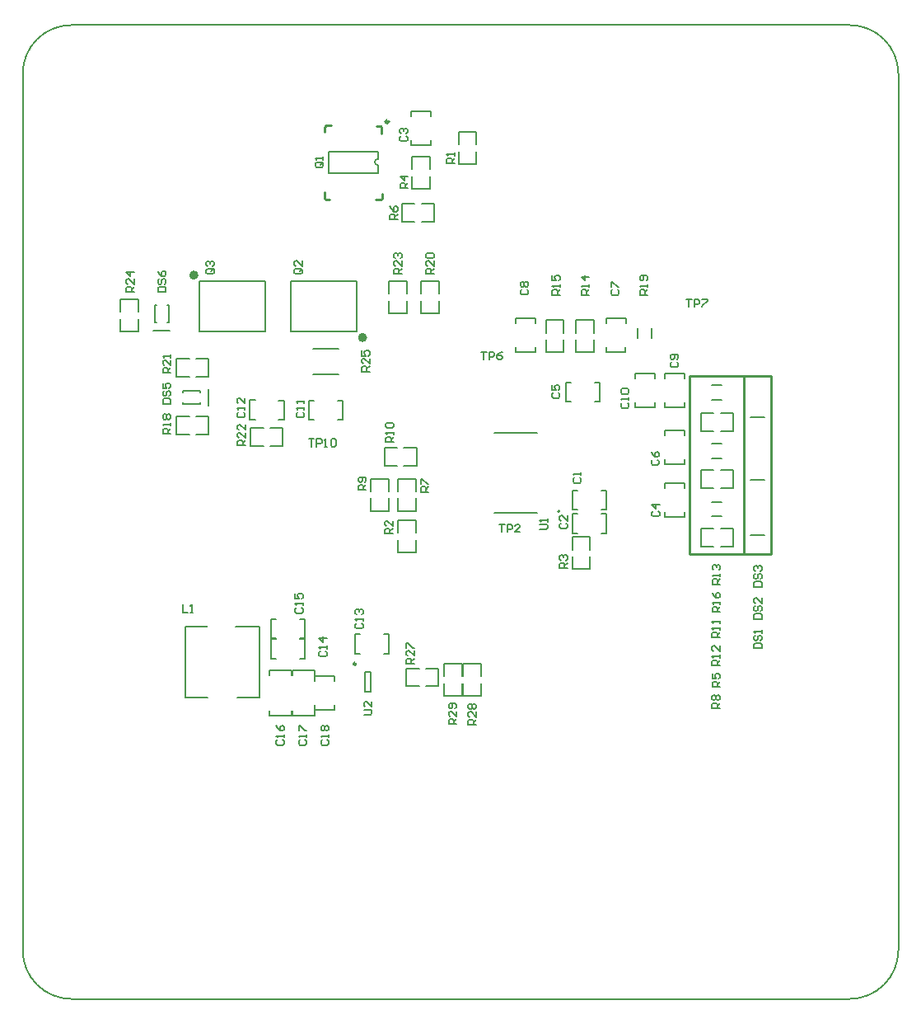
<source format=gto>
G04*
G04 #@! TF.GenerationSoftware,Altium Limited,Altium Designer,21.1.1 (26)*
G04*
G04 Layer_Color=65535*
%FSLAX25Y25*%
%MOIN*%
G70*
G04*
G04 #@! TF.SameCoordinates,8D04B9CC-E963-441F-A638-D17954596142*
G04*
G04*
G04 #@! TF.FilePolarity,Positive*
G04*
G01*
G75*
%ADD10C,0.00787*%
%ADD11C,0.00984*%
%ADD12C,0.01378*%
%ADD13C,0.01575*%
%ADD14C,0.00500*%
%ADD15C,0.01000*%
%ADD16C,0.00591*%
D10*
X217284Y197106D02*
G03*
X217284Y197106I-394J0D01*
G01*
X143760Y339537D02*
G03*
X143760Y337037I0J-1250D01*
G01*
X140945Y124016D02*
Y132283D01*
X138583Y124016D02*
Y132283D01*
Y124016D02*
X140945D01*
X138583Y132283D02*
X140945D01*
X75098Y239764D02*
Y246457D01*
X71752Y240354D02*
Y241043D01*
X64665Y240354D02*
Y241043D01*
X71752Y245177D02*
Y245866D01*
X64665Y245177D02*
Y245866D01*
Y240354D02*
X71752D01*
X64665Y245866D02*
X71752D01*
X52953Y270079D02*
X59646D01*
X53543Y273425D02*
X54232D01*
X53543Y280512D02*
X54232D01*
X58366Y273425D02*
X59055Y273425D01*
X58366Y280512D02*
X59055D01*
X53543Y273425D02*
Y280512D01*
X59055Y273425D02*
Y280512D01*
X123760Y342421D02*
X143760D01*
X123760Y333858D02*
Y342421D01*
Y333858D02*
X143760D01*
Y337037D01*
Y339537D02*
Y342421D01*
X117520Y262795D02*
X127756D01*
X117520Y252559D02*
X127756D01*
X278839Y195079D02*
X282776D01*
X278839Y200984D02*
X282776D01*
X170472Y122539D02*
Y127657D01*
Y122539D02*
X174902D01*
X177756D02*
Y127657D01*
X174902Y122539D02*
X177756D01*
Y130413D02*
Y135531D01*
X173327D02*
X177756D01*
X170472Y130413D02*
Y135531D01*
X173327D01*
X118209Y114469D02*
Y116535D01*
X109153Y114469D02*
X118209D01*
X109153D02*
Y116535D01*
Y130709D02*
Y132776D01*
X118209D01*
Y130709D02*
Y132776D01*
X118209Y116732D02*
X126083D01*
Y118799D01*
X118209Y116732D02*
Y118799D01*
X118232Y130519D02*
X126106Y130519D01*
X118232Y128452D02*
Y130519D01*
X126106Y128452D02*
Y130519D01*
X236135Y275197D02*
X244009Y275197D01*
X236135Y273130D02*
Y275197D01*
X244009Y273130D02*
Y275197D01*
X236111Y261410D02*
X243985D01*
X243985Y263477D02*
X243985Y261410D01*
X236111D02*
Y263477D01*
X91929Y234154D02*
Y242028D01*
Y234154D02*
X93996D01*
X91929Y242028D02*
X93996D01*
X105716Y242004D02*
X105716Y234130D01*
X103649Y242004D02*
X105716Y242004D01*
X103649Y234130D02*
X105716D01*
X259842Y252854D02*
X267717D01*
X259842Y250787D02*
Y252854D01*
X267717Y250787D02*
Y252854D01*
X259819Y239068D02*
X267693D01*
X267693Y241135D02*
X267693Y239068D01*
X259819D02*
Y241135D01*
X236122Y197736D02*
Y205610D01*
X234055D02*
X236122D01*
X234055Y197736D02*
X236122D01*
X222336Y197760D02*
Y205634D01*
Y197760D02*
X224402D01*
X222336Y205634D02*
X224402Y205634D01*
X115847Y234055D02*
Y241929D01*
Y234055D02*
X117913D01*
X115847Y241929D02*
X117913D01*
X129633Y234031D02*
X129633Y241905D01*
X127566Y241905D02*
X129633Y241905D01*
X127566Y234031D02*
X129633D01*
X259842Y208661D02*
X267717D01*
X259842Y206594D02*
Y208661D01*
X267717Y206594D02*
Y208661D01*
X259819Y194875D02*
X267693D01*
X267693Y196942D02*
X267693Y194875D01*
X259819Y196942D02*
X259819Y194875D01*
X222441Y188287D02*
Y196161D01*
Y188287D02*
X224508D01*
X222441Y196161D02*
X224508D01*
X236227Y196138D02*
X236227Y188264D01*
X234161Y196138D02*
X236227D01*
X234161Y188264D02*
X236227D01*
X259842Y229823D02*
X267717D01*
X259842Y227756D02*
Y229823D01*
X267717Y227756D02*
Y229823D01*
X259819Y216036D02*
X267693D01*
X267693Y218103D02*
X267693Y216036D01*
X259819D02*
X259819Y218103D01*
X219783Y241437D02*
Y249311D01*
Y241437D02*
X221850D01*
X219783Y249311D02*
X221850D01*
X233570Y241413D02*
Y249287D01*
X231503Y249287D02*
X233570Y249287D01*
X231503Y241413D02*
X233570D01*
X199508Y275197D02*
X207382D01*
X199508Y273130D02*
Y275197D01*
X207382Y273130D02*
Y275197D01*
X199484Y261410D02*
X207358D01*
X207358Y263477D02*
X207358Y261410D01*
X199484Y263477D02*
X199484Y261410D01*
X247835Y252854D02*
X255709D01*
X247835Y250787D02*
Y252854D01*
X255709Y250787D02*
Y252854D01*
X247811Y239068D02*
X255685D01*
X255685Y241135D02*
X255685Y239068D01*
X247811D02*
Y241135D01*
X294488Y187598D02*
X298327D01*
X300000D01*
X294488Y209941D02*
X298327Y209941D01*
X300000D01*
X294488Y235236D02*
X298327Y235236D01*
X300000Y235236D01*
X274508Y236811D02*
X279626Y236811D01*
X274508Y232382D02*
Y236811D01*
Y229528D02*
X279626D01*
X274508D02*
Y232382D01*
X282382Y229528D02*
X287500D01*
Y233957D01*
X282382Y236811D02*
X287500Y236811D01*
Y233957D02*
Y236811D01*
X229626Y181595D02*
Y186713D01*
X225197D02*
X229626D01*
X222342Y181595D02*
Y186713D01*
X225197D01*
X222342Y173721D02*
Y178839D01*
Y173721D02*
X226772D01*
X229626D02*
Y178839D01*
X226772Y173721D02*
X229626D01*
X62297Y258957D02*
X67415D01*
X62297D02*
X62297Y254528D01*
Y251673D02*
X67415D01*
X62297D02*
Y254528D01*
X70171Y251673D02*
X75289D01*
Y256102D01*
X70171Y258957D02*
X75289D01*
X75289Y256102D01*
X146358Y222933D02*
X151476D01*
X146358Y218504D02*
Y222933D01*
Y215650D02*
X151476D01*
X146358D02*
Y218504D01*
X154232Y215650D02*
X159350D01*
Y220079D01*
X154232Y222933D02*
X159350D01*
Y220079D02*
Y222933D01*
X274508Y213681D02*
X279626Y213681D01*
X274508Y209252D02*
Y213681D01*
Y206398D02*
X279626D01*
X274508D02*
Y209252D01*
X282382Y206398D02*
X287500D01*
Y210827D01*
X282382Y213681D02*
X287500Y213681D01*
Y210827D02*
Y213681D01*
X211693Y261410D02*
X211693Y266528D01*
X211693Y261410D02*
X216122D01*
X218977D02*
Y266528D01*
X216122Y261410D02*
X218977D01*
Y269284D02*
Y274402D01*
X214548D02*
X218977D01*
X211693Y269284D02*
Y274402D01*
X214548Y274402D01*
X274508Y190059D02*
X279626D01*
X274508Y185630D02*
Y190059D01*
Y182776D02*
X279626D01*
X274508D02*
Y185630D01*
X282382Y182776D02*
X287500D01*
Y187205D01*
X282382Y190059D02*
X287500D01*
Y187205D02*
Y190059D01*
X161122Y277165D02*
X161122Y282283D01*
X161122Y277165D02*
X165551Y277165D01*
X168405Y277165D02*
Y282283D01*
X165551Y277165D02*
X168405Y277165D01*
Y285039D02*
Y290158D01*
X163976D02*
X168405D01*
X161122D02*
X161122Y285039D01*
X161122Y290158D02*
X163976D01*
X278839Y242224D02*
X282776D01*
X278839Y248130D02*
X282776D01*
X140748Y197343D02*
X140748Y202461D01*
X140748Y197343D02*
X145177D01*
X148031D02*
Y202461D01*
X145177Y197343D02*
X148031D01*
Y205217D02*
Y210335D01*
X143602D02*
X148031D01*
X140748D02*
X140748Y205217D01*
X140748Y210335D02*
X143602D01*
X254626Y267125D02*
Y271062D01*
X248721Y267125D02*
Y271062D01*
X278839Y218602D02*
X282776D01*
X278839Y224508D02*
X282776D01*
X223902Y261410D02*
Y266528D01*
Y261410D02*
X228331Y261410D01*
X231186D02*
Y266528D01*
X228331Y261410D02*
X231186D01*
Y269284D02*
Y274402D01*
X226757D02*
X231186D01*
X223902D02*
X223902Y269284D01*
X223902Y274402D02*
X226757D01*
X100197Y223622D02*
X105315D01*
Y228051D01*
X100197Y230906D02*
X105315D01*
Y228051D02*
Y230906D01*
X92323D02*
X97441D01*
X92323Y226476D02*
Y230906D01*
Y223622D02*
X97441D01*
X92323D02*
Y226476D01*
X159055Y205217D02*
Y210335D01*
X154626Y210335D02*
X159055Y210335D01*
X151772Y205217D02*
Y210335D01*
X154626Y210335D01*
X151772Y197343D02*
Y202461D01*
Y197343D02*
X156201D01*
X159055D02*
Y202461D01*
X156201Y197343D02*
X159055D01*
X151969Y180512D02*
Y185630D01*
Y180512D02*
X156398D01*
X159252Y185630D02*
X159252Y180512D01*
X156398D02*
X159252D01*
X159252Y188386D02*
X159252Y193504D01*
X154823D02*
X159252D01*
X151969Y188386D02*
Y193504D01*
X154823D01*
X155610Y285039D02*
Y290158D01*
X151181D02*
X155610D01*
X148327Y285039D02*
Y290158D01*
X151181D01*
X148327Y277165D02*
Y282283D01*
Y277165D02*
X152756D01*
X155610D02*
Y282283D01*
X152756Y277165D02*
X155610D01*
X70171Y228150D02*
X75289D01*
Y232579D01*
X70171Y235433D02*
X75289D01*
Y232579D02*
Y235433D01*
X62297D02*
X67415D01*
X62297Y231004D02*
X62297Y235433D01*
Y228150D02*
X67415D01*
X62297Y231004D02*
X62297Y228150D01*
X39469Y269888D02*
Y275006D01*
Y269888D02*
X43898Y269888D01*
X46752D02*
Y275006D01*
X43898Y269888D02*
X46752D01*
Y277762D02*
Y282880D01*
X42323D02*
X46752D01*
X39469D02*
X39469Y277762D01*
X39469Y282880D02*
X42323D01*
X157283Y358858D02*
X165157D01*
X157283Y356791D02*
Y358858D01*
X165157Y356791D02*
Y358858D01*
X157260Y345072D02*
X165134D01*
Y347139D01*
X157260Y345072D02*
Y347139D01*
X134350Y139665D02*
Y147539D01*
Y139665D02*
X136417D01*
X134350Y147539D02*
X136417D01*
X148137Y139642D02*
X148137Y147516D01*
X146070D02*
X148137D01*
X146070Y139642D02*
X148137D01*
X114261Y137500D02*
X114261Y145374D01*
X112194D02*
X114261D01*
X112194Y137500D02*
X114261D01*
X100475Y145398D02*
X100475Y137524D01*
X102541Y137524D01*
X100475Y145398D02*
X102541D01*
X114261Y145768D02*
Y153642D01*
X112194D02*
X114261D01*
X112194Y145768D02*
X114261D01*
X100475Y145791D02*
Y153665D01*
Y145791D02*
X102541D01*
X100475Y153665D02*
X102541D01*
X108858Y114469D02*
Y116535D01*
X99803Y114469D02*
X108858D01*
X99803D02*
Y116535D01*
Y130709D02*
Y132776D01*
X108858D01*
Y130709D02*
Y132776D01*
X183661Y345374D02*
Y350492D01*
X179232D02*
X183661D01*
X176378Y345374D02*
Y350492D01*
X179232D01*
X176378Y337500D02*
Y342618D01*
Y337500D02*
X180807D01*
X183661D02*
Y342618D01*
X180807Y337500D02*
X183661D01*
X157579Y327559D02*
Y332677D01*
Y327559D02*
X162008D01*
X164862D02*
Y332677D01*
X162008Y327559D02*
X164862D01*
Y335433D02*
Y340551D01*
X160433D02*
X164862D01*
X157579Y335433D02*
Y340551D01*
X160433D01*
X153543Y321555D02*
X158661D01*
X153543Y317126D02*
Y321555D01*
Y314272D02*
X158661D01*
X153543D02*
Y317126D01*
X161417Y314272D02*
X166535D01*
Y318701D01*
X161417Y321555D02*
X166535D01*
Y318701D02*
Y321555D01*
X155217Y133661D02*
X160335D01*
X155217Y129232D02*
Y133661D01*
Y126378D02*
X160335D01*
X155217D02*
Y129232D01*
X163091Y126378D02*
X168209D01*
Y130807D01*
X163091Y133661D02*
X168209D01*
Y130807D02*
Y133661D01*
X185433Y130413D02*
Y135531D01*
X181004D02*
X185433D01*
X178150Y130413D02*
Y135531D01*
X181004D01*
X178150Y122539D02*
Y127657D01*
Y122539D02*
X182579D01*
X185433D02*
Y127657D01*
X182579Y122539D02*
X185433D01*
D11*
X134843Y135433D02*
G03*
X134843Y135433I-492J0D01*
G01*
X291732Y251772D02*
X302953D01*
Y179921D02*
Y251772D01*
X291831Y179921D02*
X302953D01*
X269685D02*
X291831D01*
Y251673D01*
X269685Y251772D02*
X291732D01*
X269685Y179921D02*
Y251772D01*
D12*
X148039Y354626D02*
G03*
X148039Y354626I-598J0D01*
G01*
D13*
X70297Y292618D02*
G03*
X70297Y292618I-1028J0D01*
G01*
X138528Y267421D02*
G03*
X138528Y267421I-1028J0D01*
G01*
D14*
X190748Y196653D02*
X208071D01*
X190748Y228937D02*
X208071D01*
D15*
X122752Y353063D02*
X124752D01*
X122252Y352563D02*
X122752Y353063D01*
X122252Y350563D02*
Y352563D01*
X122153Y323716D02*
Y326217D01*
Y323716D02*
X122653Y323217D01*
X124153D01*
X142911Y323163D02*
X144911D01*
X145411Y323663D01*
Y325663D01*
X145215Y349911D02*
Y352411D01*
X144715Y352911D02*
X145215Y352411D01*
X143215Y352911D02*
X144715D01*
D16*
X71632Y290158D02*
X98305Y290158D01*
X71632Y269882D02*
Y290158D01*
Y269882D02*
X98305Y269882D01*
Y290158D01*
X65748Y121850D02*
X74803D01*
X65748D02*
Y150591D01*
X74508D01*
X74803Y150886D01*
X86713Y121850D02*
X95669D01*
X86319Y150591D02*
X95669D01*
Y121850D02*
Y150591D01*
X108465Y269882D02*
Y290158D01*
Y269882D02*
X135138Y269882D01*
X108465Y290158D02*
X135138Y290158D01*
X135138Y269882D02*
X135138Y290158D01*
X115800Y226449D02*
X117899D01*
X116850D01*
Y223300D01*
X118949D02*
Y226449D01*
X120523D01*
X121048Y225924D01*
Y224874D01*
X120523Y224349D01*
X118949D01*
X122097Y223300D02*
X123147D01*
X122622D01*
Y226449D01*
X122097Y225924D01*
X124721D02*
X125246Y226449D01*
X126295D01*
X126820Y225924D01*
Y223825D01*
X126295Y223300D01*
X125246D01*
X124721Y223825D01*
Y225924D01*
X64700Y159349D02*
Y156200D01*
X66799D01*
X67849D02*
X68898D01*
X68373D01*
Y159349D01*
X67849Y158824D01*
X76837Y295145D02*
X74738D01*
X74213Y294620D01*
Y293570D01*
X74738Y293045D01*
X76837D01*
X77362Y293570D01*
Y294620D01*
X76312Y294095D02*
X77362Y295145D01*
Y294620D02*
X76837Y295145D01*
X74738Y296194D02*
X74213Y296719D01*
Y297768D01*
X74738Y298293D01*
X75263D01*
X75787Y297768D01*
Y297244D01*
Y297768D01*
X76312Y298293D01*
X76837D01*
X77362Y297768D01*
Y296719D01*
X76837Y296194D01*
X112565Y295243D02*
X110466D01*
X109941Y294718D01*
Y293669D01*
X110466Y293144D01*
X112565D01*
X113090Y293669D01*
Y294718D01*
X112040Y294193D02*
X113090Y295243D01*
Y294718D02*
X112565Y295243D01*
X113090Y298392D02*
Y296292D01*
X110991Y298392D01*
X110466D01*
X109941Y297867D01*
Y296817D01*
X110466Y296292D01*
X138091Y114896D02*
X140715D01*
X141240Y115421D01*
Y116470D01*
X140715Y116995D01*
X138091D01*
X141240Y120143D02*
Y118044D01*
X139141Y120143D01*
X138616D01*
X138091Y119619D01*
Y118569D01*
X138616Y118044D01*
X175492Y111058D02*
X172343D01*
Y112632D01*
X172868Y113157D01*
X173917D01*
X174442Y112632D01*
Y111058D01*
Y112107D02*
X175492Y113157D01*
Y116305D02*
Y114206D01*
X173393Y116305D01*
X172868D01*
X172343Y115781D01*
Y114731D01*
X172868Y114206D01*
X174967Y117355D02*
X175492Y117880D01*
Y118929D01*
X174967Y119454D01*
X172868D01*
X172343Y118929D01*
Y117880D01*
X172868Y117355D01*
X173393D01*
X173917Y117880D01*
Y119454D01*
X183464Y110861D02*
X180315D01*
Y112435D01*
X180840Y112960D01*
X181890D01*
X182414Y112435D01*
Y110861D01*
Y111910D02*
X183464Y112960D01*
Y116109D02*
Y114009D01*
X181365Y116109D01*
X180840D01*
X180315Y115584D01*
Y114534D01*
X180840Y114009D01*
Y117158D02*
X180315Y117683D01*
Y118732D01*
X180840Y119257D01*
X181365D01*
X181890Y118732D01*
X182414Y119257D01*
X182939D01*
X183464Y118732D01*
Y117683D01*
X182939Y117158D01*
X182414D01*
X181890Y117683D01*
X181365Y117158D01*
X180840D01*
X181890Y117683D02*
Y118732D01*
X158366Y135566D02*
X155217D01*
Y137140D01*
X155742Y137665D01*
X156791D01*
X157316Y137140D01*
Y135566D01*
Y136615D02*
X158366Y137665D01*
Y140813D02*
Y138714D01*
X156267Y140813D01*
X155742D01*
X155217Y140289D01*
Y139239D01*
X155742Y138714D01*
X155217Y141863D02*
Y143962D01*
X155742D01*
X157841Y141863D01*
X158366D01*
X151673Y315191D02*
X148524D01*
Y316765D01*
X149049Y317290D01*
X150098D01*
X150623Y316765D01*
Y315191D01*
Y316241D02*
X151673Y317290D01*
X148524Y320439D02*
X149049Y319389D01*
X150098Y318340D01*
X151148D01*
X151673Y318864D01*
Y319914D01*
X151148Y320439D01*
X150623D01*
X150098Y319914D01*
Y318340D01*
X155905Y327691D02*
X152756D01*
Y329265D01*
X153281Y329790D01*
X154331D01*
X154856Y329265D01*
Y327691D01*
Y328741D02*
X155905Y329790D01*
Y332414D02*
X152756D01*
X154331Y330840D01*
Y332939D01*
X174803Y337862D02*
X171654D01*
Y339436D01*
X172179Y339961D01*
X173228D01*
X173753Y339436D01*
Y337862D01*
Y338911D02*
X174803Y339961D01*
Y341010D02*
Y342060D01*
Y341535D01*
X171654D01*
X172179Y341010D01*
X121030Y338287D02*
X118931D01*
X118406Y337763D01*
Y336713D01*
X118931Y336188D01*
X121030D01*
X121555Y336713D01*
Y337763D01*
X120505Y337238D02*
X121555Y338287D01*
Y337763D02*
X121030Y338287D01*
X121555Y339337D02*
Y340387D01*
Y339862D01*
X118406D01*
X118931Y339337D01*
X121195Y104758D02*
X120670Y104233D01*
Y103183D01*
X121195Y102659D01*
X123294D01*
X123818Y103183D01*
Y104233D01*
X123294Y104758D01*
X123818Y105807D02*
Y106857D01*
Y106332D01*
X120670D01*
X121195Y105807D01*
Y108431D02*
X120670Y108956D01*
Y110005D01*
X121195Y110530D01*
X121719D01*
X122244Y110005D01*
X122769Y110530D01*
X123294D01*
X123818Y110005D01*
Y108956D01*
X123294Y108431D01*
X122769D01*
X122244Y108956D01*
X121719Y108431D01*
X121195D01*
X122244Y108956D02*
Y110005D01*
X112189Y104758D02*
X111664Y104233D01*
Y103183D01*
X112189Y102659D01*
X114288D01*
X114813Y103183D01*
Y104233D01*
X114288Y104758D01*
X114813Y105807D02*
Y106857D01*
Y106332D01*
X111664D01*
X112189Y105807D01*
X111664Y108431D02*
Y110530D01*
X112189D01*
X114288Y108431D01*
X114813D01*
X103183Y104758D02*
X102658Y104233D01*
Y103183D01*
X103183Y102659D01*
X105282D01*
X105807Y103183D01*
Y104233D01*
X105282Y104758D01*
X105807Y105807D02*
Y106857D01*
Y106332D01*
X102658D01*
X103183Y105807D01*
X102658Y110530D02*
X103183Y109481D01*
X104232Y108431D01*
X105282D01*
X105807Y108956D01*
Y110005D01*
X105282Y110530D01*
X104757D01*
X104232Y110005D01*
Y108431D01*
X110761Y158104D02*
X110237Y157580D01*
Y156530D01*
X110761Y156005D01*
X112861D01*
X113385Y156530D01*
Y157580D01*
X112861Y158104D01*
X113385Y159154D02*
Y160203D01*
Y159679D01*
X110237D01*
X110761Y159154D01*
X110237Y163877D02*
Y161778D01*
X111811D01*
X111286Y162827D01*
Y163352D01*
X111811Y163877D01*
X112861D01*
X113385Y163352D01*
Y162302D01*
X112861Y161778D01*
X120506Y140585D02*
X119981Y140060D01*
Y139010D01*
X120506Y138486D01*
X122605D01*
X123129Y139010D01*
Y140060D01*
X122605Y140585D01*
X123129Y141634D02*
Y142684D01*
Y142159D01*
X119981D01*
X120506Y141634D01*
X123129Y145832D02*
X119981D01*
X121555Y144258D01*
Y146357D01*
X135171Y151805D02*
X134646Y151280D01*
Y150231D01*
X135171Y149706D01*
X137270D01*
X137795Y150231D01*
Y151280D01*
X137270Y151805D01*
X137795Y152855D02*
Y153904D01*
Y153379D01*
X134646D01*
X135171Y152855D01*
Y155478D02*
X134646Y156003D01*
Y157053D01*
X135171Y157578D01*
X135696D01*
X136221Y157053D01*
Y156528D01*
Y157053D01*
X136745Y157578D01*
X137270D01*
X137795Y157053D01*
Y156003D01*
X137270Y155478D01*
X153183Y348786D02*
X152658Y348261D01*
Y347212D01*
X153183Y346687D01*
X155282D01*
X155807Y347212D01*
Y348261D01*
X155282Y348786D01*
X153183Y349836D02*
X152658Y350361D01*
Y351410D01*
X153183Y351935D01*
X153708D01*
X154232Y351410D01*
Y350885D01*
Y351410D01*
X154757Y351935D01*
X155282D01*
X155807Y351410D01*
Y350361D01*
X155282Y349836D01*
X209253Y189830D02*
X211876D01*
X212401Y190355D01*
Y191404D01*
X211876Y191929D01*
X209253D01*
X212401Y192979D02*
Y194028D01*
Y193503D01*
X209253D01*
X209777Y192979D01*
X185600Y261649D02*
X187699D01*
X186650D01*
Y258500D01*
X188749D02*
Y261649D01*
X190323D01*
X190848Y261124D01*
Y260074D01*
X190323Y259549D01*
X188749D01*
X193996Y261649D02*
X192947Y261124D01*
X191897Y260074D01*
Y259025D01*
X192422Y258500D01*
X193472D01*
X193996Y259025D01*
Y259549D01*
X193472Y260074D01*
X191897D01*
X268600Y282849D02*
X270699D01*
X269650D01*
Y279700D01*
X271749D02*
Y282849D01*
X273323D01*
X273848Y282324D01*
Y281274D01*
X273323Y280750D01*
X271749D01*
X274897Y282849D02*
X276996D01*
Y282324D01*
X274897Y280225D01*
Y279700D01*
X192900Y191849D02*
X194999D01*
X193949D01*
Y188700D01*
X196049D02*
Y191849D01*
X197623D01*
X198148Y191324D01*
Y190274D01*
X197623Y189750D01*
X196049D01*
X201296Y188700D02*
X199197D01*
X201296Y190799D01*
Y191324D01*
X200771Y191849D01*
X199722D01*
X199197Y191324D01*
X140354Y253676D02*
X137205D01*
Y255250D01*
X137730Y255775D01*
X138779D01*
X139304Y255250D01*
Y253676D01*
Y254725D02*
X140354Y255775D01*
Y258924D02*
Y256824D01*
X138255Y258924D01*
X137730D01*
X137205Y258399D01*
Y257349D01*
X137730Y256824D01*
X137205Y262072D02*
Y259973D01*
X138779D01*
X138255Y261023D01*
Y261547D01*
X138779Y262072D01*
X139829D01*
X140354Y261547D01*
Y260498D01*
X139829Y259973D01*
X45078Y285861D02*
X41930D01*
Y287435D01*
X42454Y287960D01*
X43504D01*
X44029Y287435D01*
Y285861D01*
Y286911D02*
X45078Y287960D01*
Y291109D02*
Y289009D01*
X42979Y291109D01*
X42454D01*
X41930Y290584D01*
Y289534D01*
X42454Y289009D01*
X45078Y293732D02*
X41930D01*
X43504Y292158D01*
Y294257D01*
X59842Y228545D02*
X56693D01*
Y230119D01*
X57218Y230644D01*
X58268D01*
X58793Y230119D01*
Y228545D01*
Y229594D02*
X59842Y230644D01*
Y231693D02*
Y232743D01*
Y232218D01*
X56693D01*
X57218Y231693D01*
Y234317D02*
X56693Y234842D01*
Y235891D01*
X57218Y236416D01*
X57743D01*
X58268Y235891D01*
X58793Y236416D01*
X59317D01*
X59842Y235891D01*
Y234842D01*
X59317Y234317D01*
X58793D01*
X58268Y234842D01*
X57743Y234317D01*
X57218D01*
X58268Y234842D02*
Y235891D01*
X153346Y293144D02*
X150197D01*
Y294719D01*
X150722Y295244D01*
X151772D01*
X152296Y294719D01*
Y293144D01*
Y294194D02*
X153346Y295244D01*
Y298392D02*
Y296293D01*
X151247Y298392D01*
X150722D01*
X150197Y297867D01*
Y296818D01*
X150722Y296293D01*
Y299442D02*
X150197Y299966D01*
Y301016D01*
X150722Y301541D01*
X151247D01*
X151772Y301016D01*
Y300491D01*
Y301016D01*
X152296Y301541D01*
X152821D01*
X153346Y301016D01*
Y299966D01*
X152821Y299442D01*
X149704Y188026D02*
X146556D01*
Y189600D01*
X147080Y190125D01*
X148130D01*
X148655Y189600D01*
Y188026D01*
Y189075D02*
X149704Y190125D01*
Y193273D02*
Y191174D01*
X147605Y193273D01*
X147080D01*
X146556Y192749D01*
Y191699D01*
X147080Y191174D01*
X164271Y204955D02*
X161123D01*
Y206529D01*
X161647Y207054D01*
X162697D01*
X163222Y206529D01*
Y204955D01*
Y206004D02*
X164271Y207054D01*
X161123Y208103D02*
Y210203D01*
X161647D01*
X163746Y208103D01*
X164271D01*
X90058Y223755D02*
X86910D01*
Y225329D01*
X87435Y225854D01*
X88484D01*
X89009Y225329D01*
Y223755D01*
Y224804D02*
X90058Y225854D01*
Y229002D02*
Y226903D01*
X87959Y229002D01*
X87435D01*
X86910Y228478D01*
Y227428D01*
X87435Y226903D01*
X90058Y232151D02*
Y230052D01*
X87959Y232151D01*
X87435D01*
X86910Y231626D01*
Y230577D01*
X87435Y230052D01*
X282185Y126202D02*
X279036D01*
Y127777D01*
X279561Y128301D01*
X280610D01*
X281135Y127777D01*
Y126202D01*
Y127252D02*
X282185Y128301D01*
X279036Y131450D02*
Y129351D01*
X280610D01*
X280085Y130400D01*
Y130925D01*
X280610Y131450D01*
X281660D01*
X282185Y130925D01*
Y129876D01*
X281660Y129351D01*
X229232Y284647D02*
X226083D01*
Y286221D01*
X226608Y286746D01*
X227658D01*
X228182Y286221D01*
Y284647D01*
Y285697D02*
X229232Y286746D01*
Y287795D02*
Y288845D01*
Y288320D01*
X226083D01*
X226608Y287795D01*
X229232Y291994D02*
X226083D01*
X227658Y290419D01*
Y292518D01*
X282086Y146124D02*
X278938D01*
Y147698D01*
X279462Y148223D01*
X280512D01*
X281037Y147698D01*
Y146124D01*
Y147173D02*
X282086Y148223D01*
Y149272D02*
Y150322D01*
Y149797D01*
X278938D01*
X279462Y149272D01*
X282086Y151896D02*
Y152946D01*
Y152421D01*
X278938D01*
X279462Y151896D01*
X252854Y284647D02*
X249705D01*
Y286221D01*
X250230Y286746D01*
X251279D01*
X251804Y286221D01*
Y284647D01*
Y285697D02*
X252854Y286746D01*
Y287795D02*
Y288845D01*
Y288320D01*
X249705D01*
X250230Y287795D01*
X252329Y290419D02*
X252854Y290944D01*
Y291994D01*
X252329Y292518D01*
X250230D01*
X249705Y291994D01*
Y290944D01*
X250230Y290419D01*
X250755D01*
X251279Y290944D01*
Y292518D01*
X138976Y205742D02*
X135827D01*
Y207317D01*
X136352Y207841D01*
X137402D01*
X137926Y207317D01*
Y205742D01*
Y206792D02*
X138976Y207841D01*
X138451Y208891D02*
X138976Y209416D01*
Y210465D01*
X138451Y210990D01*
X136352D01*
X135827Y210465D01*
Y209416D01*
X136352Y208891D01*
X136877D01*
X137402Y209416D01*
Y210990D01*
X282283Y167619D02*
X279134D01*
Y169194D01*
X279659Y169718D01*
X280709D01*
X281233Y169194D01*
Y167619D01*
Y168669D02*
X282283Y169718D01*
Y170768D02*
Y171818D01*
Y171293D01*
X279134D01*
X279659Y170768D01*
Y173392D02*
X279134Y173917D01*
Y174966D01*
X279659Y175491D01*
X280184D01*
X280709Y174966D01*
Y174441D01*
Y174966D01*
X281233Y175491D01*
X281758D01*
X282283Y174966D01*
Y173917D01*
X281758Y173392D01*
X166338Y293144D02*
X163189D01*
Y294719D01*
X163714Y295244D01*
X164764D01*
X165288Y294719D01*
Y293144D01*
Y294194D02*
X166338Y295244D01*
Y298392D02*
Y296293D01*
X164239Y298392D01*
X163714D01*
X163189Y297867D01*
Y296818D01*
X163714Y296293D01*
Y299442D02*
X163189Y299966D01*
Y301016D01*
X163714Y301541D01*
X165813D01*
X166338Y301016D01*
Y299966D01*
X165813Y299442D01*
X163714D01*
X282086Y117553D02*
X278938D01*
Y119128D01*
X279462Y119652D01*
X280512D01*
X281037Y119128D01*
Y117553D01*
Y118603D02*
X282086Y119652D01*
X279462Y120702D02*
X278938Y121227D01*
Y122276D01*
X279462Y122801D01*
X279987D01*
X280512Y122276D01*
X281037Y122801D01*
X281561D01*
X282086Y122276D01*
Y121227D01*
X281561Y120702D01*
X281037D01*
X280512Y121227D01*
X279987Y120702D01*
X279462D01*
X280512Y121227D02*
Y122276D01*
X217421Y284647D02*
X214272D01*
Y286221D01*
X214797Y286746D01*
X215846D01*
X216371Y286221D01*
Y284647D01*
Y285697D02*
X217421Y286746D01*
Y287795D02*
Y288845D01*
Y288320D01*
X214272D01*
X214797Y287795D01*
X214272Y292518D02*
Y290419D01*
X215846D01*
X215322Y291469D01*
Y291994D01*
X215846Y292518D01*
X216896D01*
X217421Y291994D01*
Y290944D01*
X216896Y290419D01*
X282086Y134851D02*
X278938D01*
Y136425D01*
X279462Y136950D01*
X280512D01*
X281037Y136425D01*
Y134851D01*
Y135900D02*
X282086Y136950D01*
Y137999D02*
Y139049D01*
Y138524D01*
X278938D01*
X279462Y137999D01*
X282086Y142722D02*
Y140623D01*
X279987Y142722D01*
X279462D01*
X278938Y142198D01*
Y141148D01*
X279462Y140623D01*
X150098Y225100D02*
X146949D01*
Y226674D01*
X147474Y227199D01*
X148524D01*
X149048Y226674D01*
Y225100D01*
Y226149D02*
X150098Y227199D01*
Y228248D02*
Y229298D01*
Y228773D01*
X146949D01*
X147474Y228248D01*
Y230872D02*
X146949Y231397D01*
Y232446D01*
X147474Y232971D01*
X149573D01*
X150098Y232446D01*
Y231397D01*
X149573Y230872D01*
X147474D01*
X59842Y253020D02*
X56693D01*
Y254594D01*
X57218Y255119D01*
X58268D01*
X58793Y254594D01*
Y253020D01*
Y254069D02*
X59842Y255119D01*
Y258267D02*
Y256168D01*
X57743Y258267D01*
X57218D01*
X56693Y257743D01*
Y256693D01*
X57218Y256168D01*
X59842Y259317D02*
Y260366D01*
Y259841D01*
X56693D01*
X57218Y259317D01*
X220374Y174148D02*
X217225D01*
Y175722D01*
X217750Y176247D01*
X218799D01*
X219324Y175722D01*
Y174148D01*
Y175197D02*
X220374Y176247D01*
X217750Y177296D02*
X217225Y177821D01*
Y178871D01*
X217750Y179395D01*
X218274D01*
X218799Y178871D01*
Y178346D01*
Y178871D01*
X219324Y179395D01*
X219849D01*
X220374Y178871D01*
Y177821D01*
X219849Y177296D01*
X282185Y156347D02*
X279036D01*
Y157921D01*
X279561Y158446D01*
X280610D01*
X281135Y157921D01*
Y156347D01*
Y157396D02*
X282185Y158446D01*
Y159495D02*
Y160545D01*
Y160020D01*
X279036D01*
X279561Y159495D01*
X279036Y164218D02*
X279561Y163169D01*
X280610Y162119D01*
X281660D01*
X282185Y162644D01*
Y163693D01*
X281660Y164218D01*
X281135D01*
X280610Y163693D01*
Y162119D01*
X295867Y166668D02*
X299015D01*
Y168242D01*
X298491Y168767D01*
X296391D01*
X295867Y168242D01*
Y166668D01*
X296391Y171916D02*
X295867Y171391D01*
Y170341D01*
X296391Y169817D01*
X296916D01*
X297441Y170341D01*
Y171391D01*
X297966Y171916D01*
X298491D01*
X299015Y171391D01*
Y170341D01*
X298491Y169817D01*
X296391Y172965D02*
X295867Y173490D01*
Y174539D01*
X296391Y175064D01*
X296916D01*
X297441Y174539D01*
Y174015D01*
Y174539D01*
X297966Y175064D01*
X298491D01*
X299015Y174539D01*
Y173490D01*
X298491Y172965D01*
X295867Y153660D02*
X299015D01*
Y155234D01*
X298491Y155759D01*
X296391D01*
X295867Y155234D01*
Y153660D01*
X296391Y158907D02*
X295867Y158382D01*
Y157333D01*
X296391Y156808D01*
X296916D01*
X297441Y157333D01*
Y158382D01*
X297966Y158907D01*
X298491D01*
X299015Y158382D01*
Y157333D01*
X298491Y156808D01*
X299015Y162056D02*
Y159957D01*
X296916Y162056D01*
X296391D01*
X295867Y161531D01*
Y160482D01*
X296391Y159957D01*
X295867Y141701D02*
X299015D01*
Y143275D01*
X298491Y143800D01*
X296391D01*
X295867Y143275D01*
Y141701D01*
X296391Y146948D02*
X295867Y146424D01*
Y145374D01*
X296391Y144849D01*
X296916D01*
X297441Y145374D01*
Y146424D01*
X297966Y146948D01*
X298491D01*
X299015Y146424D01*
Y145374D01*
X298491Y144849D01*
X299015Y147998D02*
Y149047D01*
Y148523D01*
X295867D01*
X296391Y147998D01*
X56693Y240585D02*
X59842D01*
Y242160D01*
X59317Y242684D01*
X57218D01*
X56693Y242160D01*
Y240585D01*
X57218Y245833D02*
X56693Y245308D01*
Y244259D01*
X57218Y243734D01*
X57743D01*
X58268Y244259D01*
Y245308D01*
X58793Y245833D01*
X59317D01*
X59842Y245308D01*
Y244259D01*
X59317Y243734D01*
X56693Y248982D02*
Y246883D01*
X58268D01*
X57743Y247932D01*
Y248457D01*
X58268Y248982D01*
X59317D01*
X59842Y248457D01*
Y247407D01*
X59317Y246883D01*
X54725Y285861D02*
X57873D01*
Y287435D01*
X57349Y287960D01*
X55250D01*
X54725Y287435D01*
Y285861D01*
X55250Y291109D02*
X54725Y290584D01*
Y289534D01*
X55250Y289009D01*
X55774D01*
X56299Y289534D01*
Y290584D01*
X56824Y291109D01*
X57349D01*
X57873Y290584D01*
Y289534D01*
X57349Y289009D01*
X54725Y294257D02*
X55250Y293208D01*
X56299Y292158D01*
X57349D01*
X57873Y292683D01*
Y293732D01*
X57349Y294257D01*
X56824D01*
X56299Y293732D01*
Y292158D01*
X242651Y240978D02*
X242126Y240454D01*
Y239404D01*
X242651Y238879D01*
X244750D01*
X245275Y239404D01*
Y240454D01*
X244750Y240978D01*
X245275Y242028D02*
Y243077D01*
Y242553D01*
X242126D01*
X242651Y242028D01*
Y244652D02*
X242126Y245176D01*
Y246226D01*
X242651Y246751D01*
X244750D01*
X245275Y246226D01*
Y245176D01*
X244750Y244652D01*
X242651D01*
X201903Y286778D02*
X201378Y286254D01*
Y285204D01*
X201903Y284679D01*
X204002D01*
X204527Y285204D01*
Y286254D01*
X204002Y286778D01*
X201903Y287828D02*
X201378Y288353D01*
Y289402D01*
X201903Y289927D01*
X202428D01*
X202953Y289402D01*
X203478Y289927D01*
X204002D01*
X204527Y289402D01*
Y288353D01*
X204002Y287828D01*
X203478D01*
X202953Y288353D01*
X202428Y287828D01*
X201903D01*
X202953Y288353D02*
Y289402D01*
X214699Y245046D02*
X214174Y244521D01*
Y243472D01*
X214699Y242947D01*
X216798D01*
X217322Y243472D01*
Y244521D01*
X216798Y245046D01*
X214174Y248195D02*
Y246096D01*
X215748D01*
X215223Y247145D01*
Y247670D01*
X215748Y248195D01*
X216798D01*
X217322Y247670D01*
Y246620D01*
X216798Y246096D01*
X254856Y217979D02*
X254331Y217454D01*
Y216405D01*
X254856Y215880D01*
X256955D01*
X257480Y216405D01*
Y217454D01*
X256955Y217979D01*
X254331Y221128D02*
X254856Y220078D01*
X255906Y219029D01*
X256955D01*
X257480Y219553D01*
Y220603D01*
X256955Y221128D01*
X256430D01*
X255906Y220603D01*
Y219029D01*
X217750Y192290D02*
X217225Y191765D01*
Y190716D01*
X217750Y190191D01*
X219849D01*
X220374Y190716D01*
Y191765D01*
X219849Y192290D01*
X220374Y195439D02*
Y193340D01*
X218274Y195439D01*
X217750D01*
X217225Y194914D01*
Y193865D01*
X217750Y193340D01*
X255053Y197113D02*
X254528Y196588D01*
Y195539D01*
X255053Y195014D01*
X257152D01*
X257677Y195539D01*
Y196588D01*
X257152Y197113D01*
X257677Y199737D02*
X254528D01*
X256102Y198163D01*
Y200262D01*
X111254Y237172D02*
X110729Y236648D01*
Y235598D01*
X111254Y235073D01*
X113353D01*
X113877Y235598D01*
Y236648D01*
X113353Y237172D01*
X113877Y238222D02*
Y239271D01*
Y238747D01*
X110729D01*
X111254Y238222D01*
X113877Y240846D02*
Y241895D01*
Y241371D01*
X110729D01*
X111254Y240846D01*
X223261Y210728D02*
X222737Y210204D01*
Y209154D01*
X223261Y208629D01*
X225360D01*
X225885Y209154D01*
Y210204D01*
X225360Y210728D01*
X225885Y211778D02*
Y212827D01*
Y212303D01*
X222737D01*
X223261Y211778D01*
X262632Y257448D02*
X262107Y256923D01*
Y255873D01*
X262632Y255349D01*
X264731D01*
X265255Y255873D01*
Y256923D01*
X264731Y257448D01*
Y258497D02*
X265255Y259022D01*
Y260071D01*
X264731Y260596D01*
X262632D01*
X262107Y260071D01*
Y259022D01*
X262632Y258497D01*
X263156D01*
X263681Y259022D01*
Y260596D01*
X87238Y237140D02*
X86713Y236615D01*
Y235565D01*
X87238Y235041D01*
X89337D01*
X89862Y235565D01*
Y236615D01*
X89337Y237140D01*
X89862Y238189D02*
Y239239D01*
Y238714D01*
X86713D01*
X87238Y238189D01*
X89862Y242912D02*
Y240813D01*
X87763Y242912D01*
X87238D01*
X86713Y242387D01*
Y241338D01*
X87238Y240813D01*
X238616Y286746D02*
X238091Y286221D01*
Y285172D01*
X238616Y284647D01*
X240715D01*
X241240Y285172D01*
Y286221D01*
X240715Y286746D01*
X238091Y287795D02*
Y289895D01*
X238616D01*
X240715Y287795D01*
X241240D01*
X354331Y374016D02*
G03*
X334646Y393701I-19685J0D01*
G01*
Y0D02*
G03*
X354331Y19685I0J19685D01*
G01*
X19685Y393701D02*
G03*
X0Y374016I0J-19685D01*
G01*
X0Y19685D02*
G03*
X19685Y0I19685J0D01*
G01*
X354331Y19685D02*
Y374016D01*
X19685Y0D02*
X334646D01*
X0Y19685D02*
Y374016D01*
X19685Y393701D02*
X334646D01*
M02*

</source>
